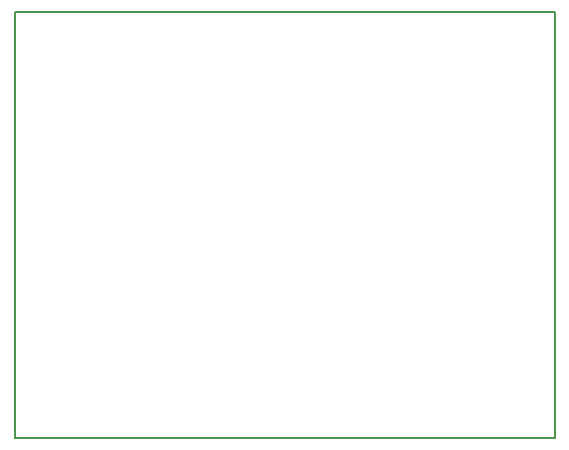
<source format=gbr>
G04 #@! TF.GenerationSoftware,KiCad,Pcbnew,(5.0.2)-1*
G04 #@! TF.CreationDate,2019-03-06T23:20:25-07:00*
G04 #@! TF.ProjectId,Sensor_Board,53656e73-6f72-45f4-926f-6172642e6b69,rev?*
G04 #@! TF.SameCoordinates,Original*
G04 #@! TF.FileFunction,Profile,NP*
%FSLAX46Y46*%
G04 Gerber Fmt 4.6, Leading zero omitted, Abs format (unit mm)*
G04 Created by KiCad (PCBNEW (5.0.2)-1) date 2019-03-06 11:20:25 PM*
%MOMM*%
%LPD*%
G01*
G04 APERTURE LIST*
%ADD10C,0.200000*%
G04 APERTURE END LIST*
D10*
X82804000Y-84328000D02*
X128524000Y-84328000D01*
X82804000Y-120396000D02*
X82804000Y-84328000D01*
X128524000Y-120396000D02*
X82804000Y-120396000D01*
X128524000Y-84328000D02*
X128524000Y-120396000D01*
M02*

</source>
